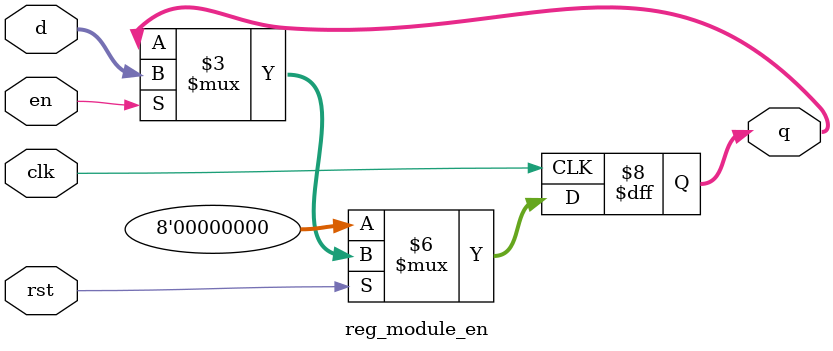
<source format=v>
module reg_module_en #(parameter WIDTH = 8)(
input clk,
input rst,
input en,
input [WIDTH-1:0] d,
output reg [WIDTH-1:0] q
);

always@(posedge clk) begin
	if(!rst)
		q <= 0;
	else if(en) 
        q <= d;
end

endmodule
</source>
